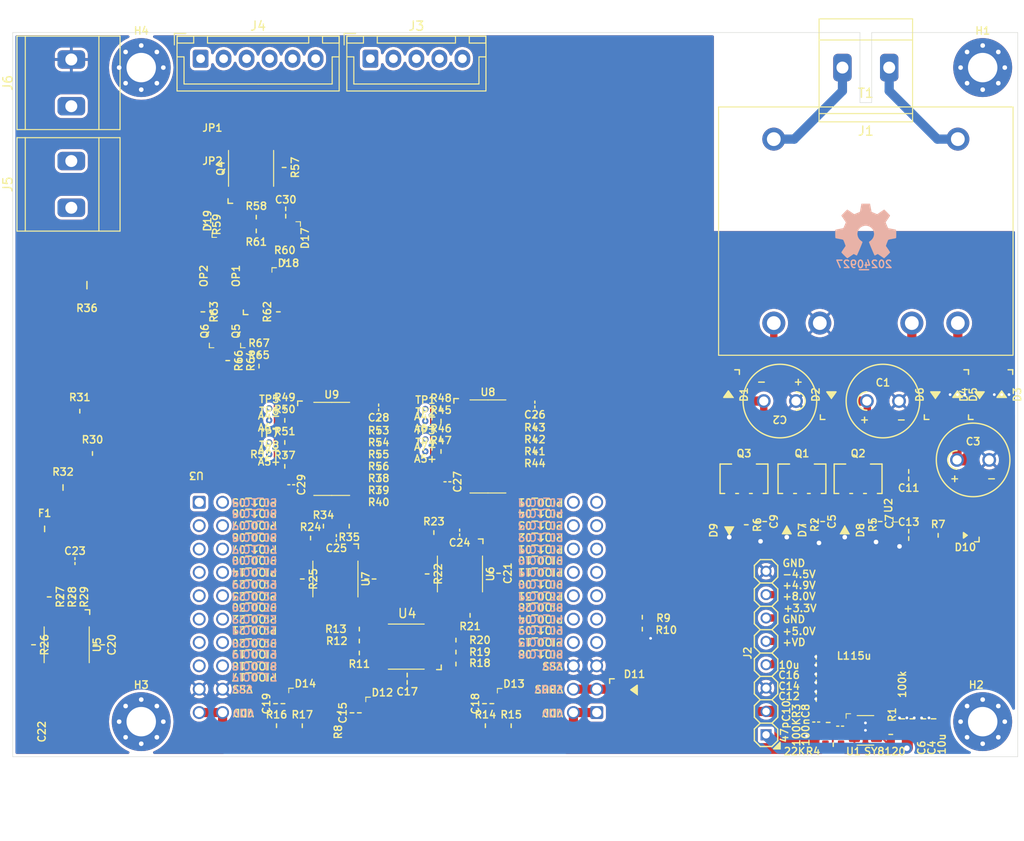
<source format=kicad_pcb>
(kicad_pcb (version 20240108) (generator "pcbnew") (generator_version "8.0")
  (layers (0 "F.Cu" mixed) (31 "B.Cu" mixed) (34 "B.Paste" user) (35 "F.Paste" user) (36 "B.SilkS" user "B.Silkscreen") (37 "F.SilkS" user "F.Silkscreen") (38 "B.Mask" user) (39 "F.Mask" user) (44 "Edge.Cuts" user))
  (net 0 "")
  (net 1 "/VA+")
  (net 2 "/GND")
  (net 3 "/VA-")
  (net 4 "/VD+")
  (net 5 "Net-(U1-BS)")
  (net 6 "Net-(U1-LX)")
  (net 7 "/FB5V")
  (net 8 "/+5VD")
  (net 9 "Net-(D1-K)")
  (net 10 "Net-(D3-K)")
  (net 11 "Net-(D5-K)")
  (net 12 "/NEUT")
  (net 13 "/LINE")
  (net 14 "Net-(U1-EN)")
  (net 15 "/VA4.9V+")
  (net 16 "Net-(D7-K)")
  (net 17 "/VA8V+")
  (net 18 "/VA4.5V-")
  (net 19 "/VA3.3V+")
  (net 20 "Net-(D8-K)")
  (net 21 "Net-(D9-A)")
  (net 22 "Net-(D10-A)")
  (net 23 "/VBUS")
  (net 24 "/POWER_SENSE")
  (net 25 "/TC-DIFF")
  (net 27 "/VD3.3V+")
  (net 44 "/TC_FILT")
  (net 45 "/TC+DIFF")
  (net 47 "/LEAK+DIFF")
  (net 53 "/LEAK-DIFF")
  (net 55 "/LEAK_FILT")
  (net 56 "/LOAD_FILT")
  (net 57 "/TC_AMP")
  (net 58 "Net-(U4--IN2)")
  (net 59 "Net-(U4-+IN2)")
  (net 60 "/TC_DIFF")
  (net 61 "/LEAK_AMP")
  (net 62 "/LOAD_DIFF")
  (net 63 "Net-(U4--IN1)")
  (net 64 "Net-(U4-+IN1)")
  (net 65 "/LEAK_DIFF")
  (net 66 "Net-(U6-OFS3)")
  (net 67 "Net-(R30-Pad2)")
  (net 68 "/CASE_GND")
  (net 69 "Net-(U7-+IN)")
  (net 70 "Net-(U7--IN)")
  (net 71 "Net-(U5--IN)")
  (net 72 "Net-(U5-+IN)")
  (net 81 "/LOAD")
  (net 82 "/MUX_EN")
  (net 83 "/MUX_S0")
  (net 84 "/MUX_S1")
  (net 85 "/MUX_S2")
  (net 86 "Net-(U8-A0)")
  (net 87 "/TC1")
  (net 88 "/COM1")
  (net 89 "Net-(U8-A1)")
  (net 90 "Net-(U8-A2)")
  (net 91 "/TC2")
  (net 92 "Net-(U8-A3)")
  (net 93 "/COM2")
  (net 94 "Net-(R45-Pad1)")
  (net 95 "Net-(U8-A6)")
  (net 96 "Net-(R46-Pad1)")
  (net 97 "Net-(U8-A7)")
  (net 98 "Net-(U8-A5)")
  (net 99 "Net-(R47-Pad1)")
  (net 100 "Net-(U8-A4)")
  (net 101 "Net-(R48-Pad1)")
  (net 102 "Net-(R49-Pad1)")
  (net 103 "Net-(U9-A4)")
  (net 104 "Net-(U9-A6)")
  (net 105 "Net-(R50-Pad1)")
  (net 106 "Net-(U9-A7)")
  (net 107 "Net-(R51-Pad1)")
  (net 108 "Net-(R52-Pad1)")
  (net 109 "Net-(U9-A5)")
  (net 110 "Net-(U9-A2)")
  (net 111 "/LOAD1")
  (net 112 "Net-(U9-A1)")
  (net 113 "Net-(U9-A0)")
  (net 114 "Net-(U9-A3)")
  (net 115 "/LOAD2")
  (net 116 "/SW_SRC_1")
  (net 117 "Net-(D17-K)")
  (net 118 "Net-(D18-K)")
  (net 119 "/SW_GATE_1")
  (net 120 "Net-(D19-K2)")
  (net 126 "/AC2")
  (net 127 "/AC1")
  (net 128 "/AC_P1")
  (net 129 "Net-(OP1-Pad2)")
  (net 130 "Net-(Q5-C)")
  (net 131 "Net-(OP1-Pad3)")
  (net 132 "Net-(OP2-Pad1)")
  (net 133 "Net-(Q6-C)")
  (net 134 "Net-(Q5-B)")
  (net 135 "Net-(Q6-B)")
  (net 136 "/SW_LOAD_1")
  (footprint "SquantorResistor:R_0603_hand" (layer "F.Cu") (at 48.8 59.8 -90)
    (property "Reference" "R64")
    (property "Value" "10K")
  )
  (footprint "SquantorDiodes:SOD-123F-hand" (layer "F.Cu") (at 113.1 63.5 90)
    (property "Reference" "D2")
    (property "Value" "D")
  )
  (footprint "SquantorResistor:R_0603_hand" (layer "F.Cu") (at 53.7 66.3)
    (property "Reference" "R50")
    (property "Value" "22K6")
  )
  (footprint "SquantorIC:SOT23-3" (layer "F.Cu") (at 47.2 56.6 90)
    (property "Reference" "Q6")
    (property "Value" "BC847A")
  )
  (footprint "SquantorCapacitor:C_1206_0805" (layer "F.Cu") (at 121.35 98.75 90)
    (property "Reference" "C6")
    (property "Value" "10u")
  )
  (footprint "SquantorResistor:R_0603_hand" (layer "F.Cu") (at 72.3 91.495)
    (property "Reference" "R19")
    (property "Value" "10K")
  )
  (footprint "SquantorIC:SOT23-3" (layer "F.Cu") (at 54.1 51.4)
    (property "Reference" "D18")
    (property "Value" "BAS16")
  )
  (footprint "SquantorIC:SOT23-3" (layer "F.Cu") (at 47.5 44.6 90)
    (property "Reference" "D19")
    (property "Value" "BAV79")
  )
  (footprint "SquantorIC:SOT23-6-HAND" (layer "F.Cu") (at 116.8 100)
    (property "Reference" "U1")
    (property "Value" "SY8120")
  )
  (footprint "SquantorResistor:R_0603_hand" (layer "F.Cu") (at 124.7 78.8)
    (property "Reference" "R7")
    (property "Value" "1k")
  )
  (footprint "SquantorTransformer:10pin_5pitch_32x27_1Pri_2Sec" (layer "F.Cu") (at 116.84 45.72)
    (property "Reference" "T1")
    (property "Value" "10P_1P_2S")
  )
  (footprint "SquantorTestPoints:TestPoint_hole_H03R07" (layer "F.Cu") (at 52 70)
    (property "Reference" "TP8")
    (property "Value" "A5+")
  )
  (footprint "SquantorResistor:R_0603_hand" (layer "F.Cu") (at 116.4 77.65 -90)
    (property "Reference" "R5")
    (property "Value" "470")
  )
  (footprint "SquantorIC:SOT23-3" (layer "F.Cu") (at 55.93 97.125)
    (property "Reference" "D14")
    (property "Value" "~")
  )
  (footprint "SquantorResistor:R_0603_hand" (layer "F.Cu") (at 53.7 71.3)
    (property "Reference" "R37")
    (property "Value" "10K")
  )
  (footprint "SquantorCapacitor:C_0603" (layer "F.Cu") (at 80.875 64.58 180)
    (property "Reference" "C26")
    (property "Value" "1u")
  )
  (footprint "SquantorResistor:R_0603_hand" (layer "F.Cu") (at 45.1 45 -90)
    (property "Reference" "R59")
    (property "Value" "1M")
  )
  (footprint "SquantorCapacitor:C_0805" (layer "F.Cu") (at 105.45 77.3 -90)
    (property "Reference" "C9")
    (property "Value" "10u")
  )
  (footprint "SquantorResistor:R_1206" (layer "F.Cu") (at 29.6 73.6)
    (property "Reference" "R32")
    (property "Value" "1M")
  )
  (footprint "SquantorCapacitor:C_0603" (layer "F.Cu") (at 30.9 81.6)
    (property "Reference" "C23")
    (property "Value" "1u")
  )
  (footprint "SquantorResistor:R_0603_hand" (layer "F.Cu") (at 59.6 98 90)
    (property "Reference" "R8")
    (property "Value" "2K2")
  )
  (footprint "SquantorIC:SOIC-16_3.9x9.9mm_P1.27mm" (layer "F.Cu") (at 75.775 69.135)
    (property "Reference" "U8")
    (property "Value" "74XX4051")
  )
  (footprint "SquantorResistor:R_0603_hand" (layer "F.Cu") (at 78.3 99.5)
    (property "Reference" "R15")
    (property "Value" "3K3")
  )
  (footprint "SquantorPcbOutline:MountingHole_3.2mm_M3_Pad_Via" (layer "F.Cu") (at 38.1 27.94)
    (property "Reference" "H4")
    (property "Value" "MountingHole")
  )
  (footprint "SquantorDiodes:SOD-123F-hand" (layer "F.Cu") (at 126.8 63.5 -90)
    (property "Reference" "D5")
    (property "Value" "D")
  )
  (footprint "SquantorResistor:R_0603_hand" (layer "F.Cu") (at 63.9 67.5 180)
    (property "Reference" "R54")
    (property "Value" "22K6")
  )
  (footprint "SquantorDiodes:SOD-123F-hand" (layer "F.Cu") (at 101.9 63.5 -90)
    (property "Reference" "D1")
    (property "Value" "D")
  )
  (footprint "SquantorCapacitor:C_0603" (layer "F.Cu") (at 63.9 64.9 180)
    (property "Reference" "C28")
    (property "Value" "1u")
  )
  (footprint "SquantorResistor:R_0603_hand" (layer "F.Cu") (at 92.55 87.7)
    (property "Reference" "R9")
    (property "Value" "5k6")
  )
  (footprint "SquantorResistor:R_0603_hand" (layer "F.Cu") (at 55.6 83.55 -90)
    (property "Reference" "R25")
    (property "Value" "453K")
  )
  (footprint "SquantorResistor:R_1206" (layer "F.Cu") (at 27.6 78.1)
    (property "Reference" "F1")
    (property "Value" "1A25")
  )
  (footprint "SquantorIC:SOIC-8" (layer "F.Cu") (at 59.2 83.55 -90)
    (property "Reference" "U7")
    (property "Value" "OP07")
  )
  (footprint "SquantorResistor:R_0603_hand" (layer "F.Cu") (at 103.85 77.65 -90)
    (property "Reference" "R6")
    (property "Value" "2K7")
  )
  (footprint "SquantorCapacitor:C_0805" (layer "F.Cu") (at 111.45 94.35 180)
    (property "Reference" "C14")
    (property "Value" "10u")
  )
  (footprint "SquantorPhoenixContact:MKDS_2conn_508pitch_1711725" (layer "F.Cu") (at 30.5 29.6 90)
    (property "Reference" "J6")
    (property "Value" "Conn_01x02")
  )
  (footprint "SquantorResistor:R_0603_hand" (layer "F.Cu") (at 47.5 59.8 -90)
    (property "Reference" "R66")
    (property "Value" "10K")
  )
  (footprint "SquantorTestPoints:TestPoint_hole_H03R07" (layer "F.Cu") (at 52 68.7)
    (property "Reference" "TP7")
    (property "Value" "A7+")
  )
  (footprint "SquantorCapacitor:C-035-080-elco" (layer "F.Cu") (at 128.5 70.6)
    (property "Reference" "C3")
    (property "Value" "470uF 35V")
  )
  (footprint "SquantorResistor:R_0603_hand" (layer "F.Cu") (at 53 54.5 90)
    (property "Reference" "R62")
    (property "Value" "330")
  )
  (footprint "SquantorResistor:R_0603_hand" (layer "F.Cu") (at 80.875 67.18 180)
    (property "Reference" "R42")
    (property "Value" "22K6")
  )
  (footprint "SquantorTestPoints:TestPoint_hole_H03R07" (layer "F.Cu") (at 68.975 68.38)
    (property "Reference" "TP3")
    (property "Value" "A7+")
  )
  (footprint "SquantorResistor:R_0603_hand" (layer "F.Cu") (at 75.5 99.5)
    (property "Reference" "R14")
    (property "Value" "3K3")
  )
  (footprint "SquantorDiodes:SOD-123-hand" (layer "F.Cu") (at 102 78.2625 90)
    (property "Reference" "D9")
    (property "Value" "5.1V")
  )
  (footprint "SquantorResistor:R_0603_hand" (layer "F.Cu") (at 112.75 99.15 -90)
    (property "Reference" "R3")
    (property "Value" "100K")
  )
  (footprint "SquantorOpto:OP_SOIC_4" (layer "F.Cu") (at 47.1 50.6 90)
    (property "Reference" "OP2")
    (property "Value" "~")
  )
  (footprint "SquantorResistor:R_0603_hand" (layer "F.Cu") (at 70.675 66.38)
    (property "Reference" "R45")
    (property "Value" "22K6")
  )
  (footprint "SquantorIC:SOIC-8" (layer "F.Cu") (at 30 90.7 -90)
    (property "Reference" "U5")
    (property "Value" "OP07")
  )
  (footprint "SquantorCapacitor:C_0805" (layer "F.Cu") (at 111.45 92.45 180)
    (property "Reference" "C16")
    (property "Value" "10u")
  )
  (footprint "SquantorCapacitor:C_0805" (layer "F.Cu") (at 121.5 72.25 180)
    (property "Reference" "C11")
    (property "Value" "10u")
  )
  (footprint "SquantorResistor:R_0603_hand" (layer "F.Cu") (at 50.9 59.1)
    (property "Reference" "R67")
    (property "Value" "6K8")
  )
  (footprint "SquantorDiodes:SOD-123F-hand" (layer "F.Cu") (at 129.2 63.5 90)
    (property "Reference" "D4")
    (property "Value" "D")
  )
  (footprint "SquantorCapacitor:C-035-080-elco" (layer "F.Cu") (at 118.7 64.2)
    (property "Reference" "C1")
    (property "Value" "470uF 35V")
  )
  (footprint "SquantorResistor:R_0603_hand" (layer "F.Cu") (at 72.3 90.195)
    (property "Reference" "R20")
    (property "Value" "10K")
  )
  (footprint "SquantorResistor:R_0603_hand" (layer "F.Cu") (at 55.6 99.5)
    (property "Reference" "R17")
    (property "Value" "3K3")
  )
  (footprint "SquantorPcbOutline:MountingHole_3.2mm_M3_Pad_Via" (layer "F.Cu") (at 129.54 99.06)
    (property "Reference" "H2")
    (property "Value" "MountingHole")
  )
  (footprint "SquantorIC:SOIC-8" (layer "F.Cu") (at 50.035 38.9 90)
    (property "Reference" "Q4")
    (property "Value" "Q_PMOS_DUAL")
  )
  (footprint "SquantorResistor:R_0603_hand" (layer "F.Cu") (at 50.9 60.4)
    (property "Reference" "R65")
    (property "Value" "10K")
  )
  (footprint "SquantorCapacitor:C_0805" (layer "F.Cu") (at 111.45 96.25 180)
    (property "Reference" "C12")
    (property "Value" "10u")
  )
  (footprint "SquantorResistor:R_0603_hand" (layer "F.Cu") (at 53.7 68.7)
    (property "Reference" "R51")
    (property "Value" "22K6")
  )
  (footprint "SquantorResistor:R_0603_hand" (layer "F.Cu") (at 30.7 85.5 -90)
    (property "Reference" "R29")
    (property "Value" "4k75")
  )
  (footprint "SquantorResistor:R_0805+0603" (layer "F.Cu") (at 31.425 65.3)
    (property "Reference" "R31")
    (property "Value" "0R22")
  )
  (footprint "SquantorResistor:R_0603_hand" (layer "F.Cu") (at 72.3 92.795)
    (property "Reference" "R18")
    (property "Value" "187K")
  )
  (footprint "SquantorCapacitor:C_0603" (layer "F.Cu") (at 54.4 73.3 -90)
    (property "Reference" "C29")
    (property "Value" "1u")
  )
  (footprint "SquantorCapacitor:C_0805+0603" (layer "F.Cu") (at 53.1 97.1 90)
    (property "Reference" "C19")
    (property "Value" "1u")
  )
  (footprint "SquantorResistor:R_0603_hand" (layer "F.Cu") (at 80.875 69.78 180)
    (property "Reference" "R44")
    (property "Value" "22K6")
  )
  (footprint "SquantorIC:SOT23-3" (layer "F.Cu") (at 78.6 97.15)
    (property "Reference" "D13")
    (property "Value" "~")
  )
  (footprint "Connector_JST:JST_XH_B5B-XH-A_1x05_P2.50mm_Vertical" (layer "F.Cu") (at 63 26.975)
    (property "Reference" "J3")
    (property "Value" "Conn_01x05")
  )
  (footprint "SquantorResistor:R_0603_hand" (layer "F.Cu") (at 73.835 87.5 180)
    (property "Reference" "R21")
    (property "Value" "82K")
  )
  (footprint "SquantorTestPoints:TestPoint_hole_H03R07" (layer "F.Cu") (at 68.975 69.68)
    (property "Reference" "TP4")
    (property "Value" "A5+")
  )
  (footprint "SquantorCapacitor:C_0603" (layer "F.Cu") (at 114.05 99.55 -90)
    (property "Reference" "C8")
    (property "Value" "100n")
  )
  (footprint "SquantorResistor:R_0603_hand" (layer "F.Cu") (at 63.9 71.4 180)
    (property "Reference" "R38")
    (property "Value" "10K")
  )
  (footprint "SquantorCapacitor:C_0805" (layer "F.Cu") (at 121.5 78.75)
    (property "Reference" "C13")
    (property "Value" "10u")
  )
  (footprint "SquantorResistor:R_0603_hand" (layer "F.Cu") (at 53.7 49)
    (property "Reference" "R60")
    (property "Value" "2K2")
  )
  (footprint "SquantorTestPoints:TestPoint_hole_H03R07" (layer "F.Cu") (at 52 66.3)
    (property "Reference" "TP6")
    (property "Value" "A6-")
  )
  (footprint "SquantorCapacitor:C_0805+0603" (layer "F.Cu") (at 67 94.395 180)
    (property "Reference" "C17")
    (property "Value" "1u")
  )
  (footprint "SquantorResistor:R_0603_hand" (layer "F.Cu") (at 56.5 79.1)
    (property "Reference" "R24")
    (property "Value" "453K")
  )
  (footprint "SquantorIC:SOT23-3" (layer "F.Cu") (at 50.6 56.6 90)
    (property "Reference" "Q5")
    (property "Value" "BC858B")
  )
  (footprint "SquantorCapacitor:C_0603" (layer "F.Cu") (at 71.375 72.98 -90)
    (property "Reference" "C27")
    (property "Value" "1u")
  )
  (footprint "SquantorResistor:R_0603_hand" (layer "F.Cu") (at 63.9 74 180)
    (property "Reference" "R40")
    (property "Value" "10K")
  )
  (footprint "SquantorCapacitor:C_0603" (layer "F.Cu") (at 72.7 78.5 180)
    (property "Reference" "C24")
    (property "Value" "1u")
  )
  (footprint "SquantorResistor:R_0603_hand" (layer "F.Cu") (at 113.3 101.55 180)
    (property "Reference" "R4")
    (property "Value" "22K")
  )
  (footprint "SquantorIC:SOIC-16_3.9x9.9mm_P1.27mm" (layer "F.Cu") (at 58.8 69.4)
    (property "Reference" "U9")
    (property "Value" "74XX4051")
  )
  (footprint "SquantorSpecial:solder_jumper_3mm_SMD" (layer "F.Cu") (at 45.835 40.4)
    (property "Reference" "JP2")
    (property "Value" "AC")
  )
  (footprint "SquantorResistor:R_0603_hand" (layer "F.Cu") (at 53.63 38.8 -90)
    (property "Reference" "R57")
    (property "Value" "10M")
  )
  (footprint "SquantorResistor:R_0603_hand" (layer "F.Cu") (at 110.1 77.65 -90)
    (property "Reference" "R2")
    (property "Value" "2K7")
  )
  (footprint "SquantorIC:SOIC-8" (layer "F.Cu") (at 72.735 83 -90)
    (property "Reference" "U6")
    (property "Value" "OP07")
  )
  (footprint "SquantorIC:SOT23-3" (layer "F.Cu") (at 121.5 75.55 90)
    (property "Reference" "U2")
    (property "Value" "MCP1702T-3302")
  )
  (footprint "SquantorCapacitor:C_0805" (layer "F.Cu") (at 118 77.3 -90)
    (property "Reference" "C7")
    (property "Value" "10u")
  )
  (footprint "SquantorResistor:R_0603_hand" (layer "F.Cu") (at 53.7 65)
    (property "Reference" "R49")
    (property "Value" "22K6")
  )
  (footprint "SquantorResistor:R_0603_hand" (layer "F.Cu") (at 29.4 85.5 -90)
    (property "Reference" "R28")
    (property "Value" "4k75")
  )
  (footprint "SquantorCapacitor:C-035-080-elco" (layer "F.Cu") (at 107.5 64.2 180)
    (property "Reference" "C2")
    (property "Value" "470uF 35V")
  )
  (footprint "SquantorPhoenixContact:MKDS_2conn_508pitch_1711725" (layer "F.Cu") (at 116.84 27.94 180)
    (property "Reference" "J1")
    (property "Value" "Conn_01x02")
  )
  (footprint "SquantorResistor:R_0603_hand" (layer "F.Cu") (at 44.8 54.5 -90)
    (property "Reference" "R63")
    (property "Value" "330")
  )
  (footprint "SquantorTestPoints:TestPoint_hole_H03R07" (layer "F.Cu") (at 68.975 66.38)
    (property "Reference" "TP2")
    (property "Value" "A6+")
  )
  (footprint "SquantorResistor:R_0603_hand" (layer "F.Cu") (at 92.55 89 180)
    (property "Reference" "R10")
    (property "Value" "10k")
  )
  (footprint "Connector_JST:JST_XH_B6B-XH-A_1x06_P2.50mm_Vertical" (layer "F.Cu") (at 44.55 26.975)
    (property "Reference" "J4")
    (property "Value" "Conn_01x06")
  )
  (footprint "SquantorConnectors:Header-0254-1X08-H008" (layer "F.Cu") (at 106 91.6 90)
    (property "Reference" "J2")
    (property "Value" "Conn_01x07")
  )
  (footprint "SquantorDiodes:SOD-123-hand" (layer "F.Cu") (at 114.55 78.25 -90)
    (property "Reference" "D8")
    (property "Value" "8.7V")
  )
  (footprint "SquantorDiodes:SOD-123F-hand" (layer "F.Cu") (at 131.6 63.5 -90)
    (property "Reference" "D3")
    (property "Value" "D")
  )
  (footprint "SquantorIC:SOT89-NXP" (layer "F.Cu") (at 109.9 73)
    (property "Reference" "Q1")
    (property "Value" "PXT8050")
  )
  (footprint "SquantorResistor:R_0603_hand" (layer "F.Cu") (at 50.6 45.7 180)
    (property "Reference" "R61")
    (property "Value" "1K5")
  )
  (footprint "SquantorResistor:R_0603_hand" (layer "F.Cu") (at 63.9 68.8 180)
    (property "Reference" "R55")
    (property "Value" "22K6")
  )
  (footprint "SquantorIC:SOIC-8" (layer "F.Cu") (at 66.9 90.9 180)
    (property "Reference" "U4")
    (property "Value" "LM358")
  )
  (footprint "SquantorResistor:R_2512" (layer "F.Cu") (at 32.2 51.6 180)
    (property "Reference" "R36")
    (property "Value" "R005")
  )
  (footprint "SquantorResistor:R_0603_hand" (layer "F.Cu") (at 61.8 91.595 180)
    (property "Reference" "R11")
    (property "Value" "22K6")
  )
  (footprint "SquantorResistor:R_0603_hand" (layer "F.Cu") (at 69.9 78.5)
    (property "Reference" "R23")
    (property "Value" "590K")
  )
  (footprint "SquantorIC:SOT23-3" (layer "F.Cu") (at 53.7 46.5 -90)
    (property "Reference" "D17")
    (property "Value" "BZX84C18")
  )
  (footprint "SquantorPhoenixContact:MKDS_2conn_508pitch_1711725" (layer "F.Cu") (at 30.5 40.64 90)
    (property "Reference" "J5")
    (property "Value" "Conn_01x02")
  )
  (footprint "SquantorCapacitor:C_0805+0603" (layer "F.Cu") (at 76.535 82.925 -90)
    (property "Reference" "C21")
    (property "Value" "1u")
  )
  (footprint "SquantorCapacitor:C_0805" (layer "F.Cu") (at 111.75 77.3 -90)
    (property "Reference" "C5")
    (property "Value" "10u")
  )
  (footprint "SquantorResistor:R_0603_hand" (layer "F.Cu") (at 70.675 68.38)
    (property "Reference" "R46")
    (property "Value" "22K6")
  )
  (footprint "SquantorResistor:R_0603_hand" (layer "F.Cu") (at 80.875 65.88 180)
    (property "Reference" "R43")
    (property "Value" "22K6")
  )
  (footprint "SquantorDiodes:SOD-123F-hand" (layer "F.Cu") (at 91.7 95.6)
    (property "Reference" "D11")
    (property "Value" "D")
  )
  (footprint "SquantorDiodes:SOD-123F-hand" (layer "F.Cu") (at 124.4 63.5 90)
    (property "Reference" "D6")
    (property "Value" "D")
  )
  (footprint "SquantorResistor:R_0603_hand" (layer "F.Cu") (at 28.1 85.5 -90)
    (property "Reference" "R27")
    (property "Value" "200K")
  )
  (footprint "SquantorInductor:L_VLS50XXEX_TDK_hand" (layer "F.Cu") (at 116.7 95.3)
    (property "Reference" "L1")
    (property "Value" "15u")
  )
  (footprint "SquantorResistor:R_0603_hand" (layer "F.Cu") (at 80.875 68.48 180)
    (property "Reference" "R41")
    (property "Value" "22K6")
  )
  (footprint "SquantorPcbOutline:MountingHole_3.2mm_M3_Pad_Via" (layer "F.Cu") (at 129.54 27.94)
    (property "Reference" "H1")
    (property "Value" "MountingHole")
  )
  (footprint "SquantorResistor:R_0603_hand" (layer "F.Cu") (at 63.9 70.1 180)
    (property "Reference" "R56")
    (property "Value" "22K6")
  )
  (footprint "SquantorIC:SOT89-NXP" (layer "F.Cu") (at 103.6 73)
    (property "Reference" "Q3")
    (property "Value" "PXT8550")
  )
  (footprint "SquantorPcbOutline:MountingHole_3.2mm_M3_Pad_Via" (layer "F.Cu") (at 38.1 99.06)
    (property "Reference" "H3")
    (property "Value" "MountingHole")
  )
  (footprint "SquantorDiodes:LED_0603_hand" (layer "F.Cu") (at 127.65 78.8 180)
    (property "Reference" "D10")
    (property "Value" "GRN")
  )
  (footprint "SquantorResistor:R_0603_hand" (layer "F.Cu") (at 61.8 88.995 180)
    (property "Reference" "R13")
    (property "Value" "2K7")
  )
  (footprint "SquantorNuclone:nuclone_small_LPC845" (layer "F.Cu") (at 66 87 180)
    (property "Reference" "U3")
    (property "Value" "~")
  )
  (footprint "SquantorCapacitor:C_0603" (layer "F.Cu") (at 59.3 79.1 180)
    (property "Reference" "C25")
    (property "Value" "1u")
  )
  (footprint "SquantorResistor:R_0603_hand" (layer "F.Cu") (at 119.55 100.45 90)
    (property "Reference" "R1")
    (property "Value" "100k")
  )
  (footprint "SquantorCapacitor:C_1206_0805" (layer "F.Cu") (at 123.65 98.75 90)
    (property "Reference" "C4")
    (property "Value" "10u")
  )
  (footprint "SquantorTestPoints:TestPoint_hole_H03R07" (layer "F.Cu") (at 52 65)
    (property "Reference" "TP5")
    (property "Value" "A4-")
  )
  (footprint "SquantorResistor:R_0603_hand" (layer "F.Cu") (at 60.7 77.8 180)
    (property "Reference" "R35")
    (property "Value" "20K")
  )
  (footprint "SquantorResistor:R_0603_hand" (layer "F.Cu") (at 69.17 83 -90)
    (property "Reference" "R22")
    (property "Value" "590K")
  )
  (footprint "SquantorCapacitor:C_0603" (layer "F.Cu") (at 111.45 99.1 -90)
    (property "Reference" "C10")
    (property "Value" "47p")
  )
  (footprint "SquantorCapacitor:C_0805+0603" (layer "F.Cu") (at 53.8 43.7)
    (property "Reference" "C30")
    (property "Value" "1u")
  )
  (footprint "SquantorCapacitor:C_0805+0603" (layer "F.Cu") (at 75.8 97.1 90)
    (property "Reference" "C18")
    (property "Value" "1u")
  )
  (footprint "SquantorIC:SOT23-3" (layer "F.Cu") (at 64.3 98.1)
    (property "Reference" "D12")
    (property "Value" "~")
  )
  (footprint "SquantorResistor:R_0603_hand" (layer "F.Cu") (at 70.675 65.08)
    (property "Reference" "R48")
    (property "Value" "22K6")
  )
  (footprint "SquantorResistor:R_0603_hand" (layer "F.Cu") (at 61.8 90.295 180)
    (property "Reference" "R12")
    (property "Value" "2K7")
  )
  (footprint "SquantorResistor:R_0805+0603" (layer "F.Cu") (at 32.8 69.9)
    (property "Reference" "R30")
    (property "Value" "0R22")
  )
  (footprint "SquantorCapacitor:C_0805+0603" (layer "F.Cu") (at 33.5 90.7 -90)
    (property "Reference" "C20")
    (property "Value" "1u")
  )
  (footprint "SquantorResistor:R_0603_hand" (layer "F.Cu") (at 53.7 70)
    (property "Reference" "R52")
    (property "Value" "22K6")
  )
  (footprint "SquantorResistor:R_0603_hand" (layer "F.Cu") (at 26.395 90.7 -90)
    (property "Reference" "R26")
    (property "Value" "200K")
  )
  (footprint "SquantorTestPoints:TestPoint_hole_H03R07" (layer "F.Cu") (at 68.975 65.08)
    (property "Reference" "TP1")
    (property "Value" "A4+")
  )
  (footprint "SquantorResistor:R_0603_hand" (layer "F.Cu") (at 70.675 69.68)
    (property "Reference" "R47")
    (property "Value" "22K6")
  )
  (footprint "SquantorResistor:R_0603_hand" (layer "F.Cu") (at 52.8 99.5)
    (property "Reference" "R16")
    (property "Value" "3K3")
  )
  (footprint "SquantorResistor:R_0603_hand" (layer "F.Cu") (at 50.6 44.2)
    (property "Reference" "R58")
    (property "Value" "5K6")
  )
  (footprint "SquantorSpecial:solder_jumper_3mm_SMD" (layer "F.Cu") (at 45.835 36.8)
    (property "Reference" "JP1")
    (property "Value" "AC")
  )
  (footprint "SquantorResistor:R_0603_hand" (layer "F.Cu") (at 63.9 72.7 180)
    (property "Reference" "R39")
    (property "Value" "10K")
  )
  (footprint "SquantorResistor:R_0603_hand" (layer "F.Cu") (at 63.9 66.2 180)
    (property "Reference" "R53")
    (property "Value" "22K6")
  )
  (footprint "SquantorCapacitor:C_0805+0603" (layer "F.Cu") (at 63 83.55 -90)
    (property "Reference" "C22")
    (property "Value" "1u")
  )
  (footprint "SquantorCapacitor:C_0805+0603" (layer "F.Cu") (at 61.4 98.1 90)
    (property "Reference" "C15")
    (property "Value" "1u")
  )
  (footprint "SquantorResistor:R_0603_hand" (layer "F.Cu") (at 57.9 77.8)
    (property "Reference" "R34")
    (property "Value" "20K")
  )
  (footprint "SquantorDiodes:SOD-123-hand" (layer "F.Cu") (at 108.25 78.25 -90)
    (property "Reference" "D7")
    (property "Value" "5.6V")
  )
  (footprint "SquantorOpto:OP_SOIC_4" (layer "F.Cu") (at 50.6 50.6 90)
    (property "Reference" "OP1")
    (property "Value" "~")
  )
  (footprint "SquantorIC:SOT89-NXP" (layer "F.Cu") (at 116 73)
    (property "Reference" "Q2")
    (property "Value" "PXT8050")
  )
  (footprint "Symbol:OSHW-Symbol_6.7x6mm_SilkScreen" (layer "B.Cu") (at 116.84 45.72 180)
    (property "Reference" "N1" (hide yes))
    (property "Value" "OHWLOGO" (hide yes))
  )
  (footprint "SquantorLabels:Label_Generic" (layer "B.Cu") (at 116.64 49.32 180)
    (property "Reference" "N2" (hide yes))
    (property "Value" "20240927")
  )
  (gr_line (start 116.205 24.13) (end 24.13 24.13) (stroke (width 0.05)) (layer "Edge.Cuts"))
  (gr_line (start 24.13 102.87) (end 133.35 102.87) (stroke (width 0.05)) (layer "Edge.Cuts"))
  (gr_line (start 116.205 24.13) (end 116.205 31.75) (stroke (width 0.05)) (layer "Edge.Cuts"))
  (gr_line (start 24.13 24.13) (end 24.13 102.87) (stroke (width 0.05)) (layer "Edge.Cuts"))
  (gr_line (start 117.475 31.75) (end 117.475 24.13) (stroke (width 0.05)) (layer "Edge.Cuts"))
  (gr_line (start 116.205 31.75) (end 116.84 31.75) (stroke (width 0.05)) (layer "Edge.Cuts"))
  (gr_line (start 117.475 24.13) (end 133.35 24.13) (stroke (width 0.05)) (layer "Edge.Cuts"))
  (gr_line (start 116.84 31.75) (end 117.475 31.75) (stroke (width 0.05)) (layer "Edge.Cuts"))
  (gr_line (start 133.35 24.13) (end 133.35 102.87) (stroke (width 0.05)) (layer "Edge.Cuts"))
  (gr_text "-4.5V" (at 107.7 83.5 0) (layer "F.SilkS") (effects (font (size 0.8 0.8) (thickness 0.15) (bold yes)) (justify left bottom)))
  (gr_text "GND" (at 107.7 88.4 0) (layer "F.SilkS") (effects (font (size 0.8 0.8) (thickness 0.15) (bold yes)) (justify left bottom)))
  (gr_text "+3.3V" (at 107.8 87.2 0) (layer "F.SilkS") (effects (font (size 0.8 0.8) (thickness 0.15) (bold yes)) (justify left bottom)))
  (gr_text "+4.9V" (at 107.7 84.7 0) (layer "F.SilkS") (effects (font (size 0.8 0.8) (thickness 0.15) (bold yes)) (justify left bottom)))
  (gr_text "+8.0V" (at 107.7 85.9 0) (layer "F.SilkS") (effects (font (size 0.8 0.8) (thickness 0.15) (bold yes)) (justify left bottom)))
  (gr_text "GND" (at 107.7 82.3 0) (layer "F.SilkS") (effects (font (size 0.8 0.8) (thickness 0.15) (bold yes)) (justify left bottom)))
  (gr_text "+5.0V" (at 107.7 89.7 0) (layer "F.SilkS") (effects (font (size 0.8 0.8) (thickness 0.15) (bold yes)) (justify left bottom)))
  (gr_text "+VD" (at 107.7 90.9 0) (layer "F.SilkS") (effects (font (size 0.8 0.8) (thickness 0.15) (bold yes)) (justify left bottom)))
  (segment (start 117 64.25) (end 117 68.6) (width 0.8) (layer "F.Cu") (net 1))
  (segment (start 114.72 65.08) (end 115.6 64.2) (width 1) (layer "F.Cu") (net 1))
  (segment (start 116 69.6) (end 116 72.1) (width 0.8) (layer "F.Cu") (net 1))
  (segment (start 115.6 64.2) (end 116.95 64.2) (width 1) (layer "F.Cu") (net 1))
  (segment (start 113.1 65.08) (end 114.72 65.08) (width 1) (layer "F.Cu") (net 1))
  (segment (start 116.95 64.2) (end 117 64.25) (width 0.8) (layer "F.Cu") (net 1))
  (segment (start 117 68.6) (end 116 69.6) (width 0.8) (layer "F.Cu") (net 1))
  (segment (start 120.2 75.6) (end 120.2 73.5) (width 0.8) (layer "F.Cu") (net 2))
  (segment (start 102 80.025) (end 102 79) (width 0.8) (layer "F.Cu") (net 2))
  (segment (start 120.55 76.55) (end 120.55 75.95) (width 0.8) (layer "F.Cu") (net 2))
  (segment (start 114.55 79) (end 114.55 80.0125) (width 0.8) (layer "F.Cu") (net 2))
  (segment (start 118 79.475) (end 117.95 79.525) (width 0.8) (layer "F.Cu") (net 2))
  (segment (start 120.5 77.6) (end 120.55 77.55) (width 0.8) (layer "F.Cu") (net 2))
  (segment (start 105.45 79.4) (end 105.4 79.45) (width 0.8) (layer "F.Cu") (net 2))
  (segment (start 93.4 89) (end 93.4 89.95) (width 0.2) (layer "F.Cu") (net 2))
  (segment (start 111.75 78.3) (end 111.75 79.625) (width 0.8) (layer "F.Cu") (net 2))
  (segment (start 120.55 77.55) (end 120.55 76.55) (width 0.8) (layer "F.Cu") (net 2))
  (segment (start 120.5 73.2) (end 120.5 72.25) (width 0.8) (layer "F.Cu") (net 2))
  (segment (start 120.55 75.95) (end 120.2 75.6) (width 0.8) (layer "F.Cu") (net 2))
  (segment (start 108.25 80.0125) (end 108.25 79) (width 0.8) (layer "F.Cu") (net 2))
  (segment (start 93.4 89.95) (end 93.45 90) (width 0.2) (layer "F.Cu") (net 2))
  (segment (start 118 78.3) (end 118 79.475) (width 0.8) (layer "F.Cu") (net 2))
  (segment (start 120.5 78.75) (end 120.5 77.6) (width 0.8) (layer "F.Cu") (net 2))
  (segment (start 120.2 73.5) (end 120.5 73.2) (width 0.8) (layer "F.Cu") (net 2))
  (segment (start 105.45 78.3) (end 105.45 79.4) (width 0.8) (layer "F.Cu") (net 2))
  (segment (start 120.5 78.75) (end 120.5 80) (width 0.8) (layer "F.Cu") (net 2))
  (via (at 111.4 92) (size 0.7) (drill 0.3) (layers "F.Cu" "B.Cu") (net 2))
  (via (at 111.4 95.8) (size 0.7) (drill 0.3) (layers "F.Cu" "B.Cu") (net 2))
  (via (at 123.7 98.65) (size 0.7) (drill 0.3) (layers "F.Cu" "B.Cu") (net 2))
  (via (at 126 63.5) (size 0.7) (drill 0.3) (layers "F.Cu" "B.Cu") (net 2))
  (via (at 117.95 79.525) (size 0.9) (drill 0.5) (layers "F.Cu" "B.Cu") (net 2))
  (via (at 111.4 96.6) (size 0.7) (drill 0.3) (layers "F.Cu" "B.Cu") (net 2))
  (via (at 111.4 93.9) (size 0.7) (drill 0.3) (layers "F.Cu" "B.Cu") (net 2))
  (via (at 126.8 63.5) (size 0.7) (drill 0.3) (layers "F.Cu" "B.Cu") (net 2))
  (via (at 120.5 80) (size 0.9) (drill 0.5) (layers "F.Cu" "B.Cu") (net 2))
  (via (at 111.4 94.8) (size 0.7) (drill 0.3) (layers "F.Cu" "B.Cu") (net 2))
  (via (at 132.4 63.5) (size 0.7) (drill 0.3) (layers "F.Cu" "B.Cu") (net 2))
  (via (at 111.4 92.9) (size 0.7) (drill 0.3) (layers "F.Cu" "B.Cu") (net 2))
  (via (at 116.8 99.2) (size 0.7) (drill 0.3) (layers "F.Cu" "B.Cu") (net 2))
  (via (at 121.3 98.65) (size 0.7) (drill 0.3) (layers "F.Cu" "B.Cu") (net 2))
  (via (at 122.9 98.65) (size 0.7) (drill 0.3) (layers "F.Cu" "B.Cu") (net 2))
  (via (at 108.25 79) (size 0.9) (drill 0.5) (layers "F.Cu" "B.Cu") (net 2))
  (via (at 122.1 98.65) (size 0.7) (drill 0.3) (layers "F.Cu" "B.Cu") (net 2))
  (via (at 93.45 90) (size 0.7) (drill 0.3) (layers "F.Cu" "B.Cu") (net 2))
  (via (at 130.8 63.5) (size 0.7) (drill 0.3) (layers "F.Cu" "B.Cu") (net 2))
  (via (at 131.6 63.5) (size 0.7) (drill 0.3) (layers "F.Cu" "B.Cu") (net 2))
  (via (at 102 79) (size 0.9) (drill 0.5) (layers "F.Cu" "B.Cu") (net 2))
  (via (at 111.75 79.625) (size 0.9) (drill 0.5) (layers "F.Cu" "B.Cu") (net 2))
  (via (at 116.8 100) (size 0.7) (drill 0.3) (layers "F.Cu" "B.Cu") (net 2))
  (via (at 120.5 98.65) (size 0.7) (drill 0.3) (layers "F.Cu" "B.Cu") (net 2))
  (via (at 110.4 100.6) (size 0.7) (drill 0.3) (layers "F.Cu" "B.Cu") (net 2))
  (via (at 127.6 63.5) (size 0.7) (drill 0.3) (layers "F.Cu" "B.Cu") (net 2))
  (via (at 105.4 79.45) (size 0.9) (drill 0.5) (layers "F.Cu" "B.Cu") (net 2))
  (via (at 114.55 79) (size 0.9) (drill 0.5) (layers "F.Cu" "B.Cu") (net 2))
  (segment (start 104.3 64.2) (end 105.75 64.2) (width 1) (layer "F.Cu") (net 3))
  (segment (start 105.75 64.2) (end 105.75 66.75) (width 0.8) (layer "F.Cu") (net 3))
  (segment (start 103.42 65.08) (end 104.3 64.2) (width 1) (layer "F.Cu") (net 3))
  (segment (start 105.75 66.75) (end 103.6 68.9) (width 0.8) (layer "F.Cu") (net 3))
  (segment (start 101.9 65.08) (end 103.42 65.08) (width 1) (layer "F.Cu") (net 3))
  (segment (start 103.6 68.9) (end 103.6 72.1) (width 0.8) (layer "F.Cu") (net 3))
  (segment (start 123.65 100) (end 121.35 100) (width 1.2) (layer "F.Cu") (net 4))
  (segment (start 129.4 68.8) (end 131.5 68.8) (width 1.2) (layer "F.Cu") (net 4))
  (segment (start 125.3 97.2) (end 125.3 99.4) (width 1.2) (layer "F.Cu") (net 4))
  (segment (start 128.3 67.4) (end 129.2 66.5) (width 1) (layer "F.Cu") (net 4))
  (segment (start 127.6 70.6) (end 129.4 68.8) (width 1.2) (layer "F.Cu") (net 4))
  (segment (start 129.2 66.5) (end 129.2 65.08) (width 1) (layer "F.Cu") (net 4))
  (segment (start 126.75 70.6) (end 127.6 70.6) (width 1.2) (layer "F.Cu") (net 4))
  (segment (start 125.3 67.4) (end 126.8 67.4) (width 1) (layer "F.Cu") (net 4))
  (segment (start 121.3 101.95) (end 121.35 101.9) (width 1.2) (layer "F.Cu") (net 4))
  (segment (start 118 100) (end 118.75 100) (width 0.6) (layer "F.Cu") (net 4))
  (segment (start 126.75 67.45) (end 126.8 67.4) (width 1) (layer "F.Cu") (net 4))
  (segment (start 131.4 94.8) (end 127.7 94.8) (width 1.2) (layer "F.Cu") (net 4))
  (segment (start 121.35 100) (end 119.033822 100) (width 1.2) (layer "F.Cu") (net 4))
  (segment (start 132.4 93.8) (end 131.4 94.8) (width 1.2) (layer "F.Cu") (net 4))
  (segment (start 126.8 67.4) (end 128.3 67.4) (width 1) (layer "F.Cu") (net 4))
  (segment (start 127.7 94.8) (end 125.3 97.2) (width 1.2) (layer "F.Cu") (net 4))
  (segment (start 124.4 65.08) (end 124.4 66.5) (width 1) (layer "F.Cu") (net 4))
  (segment (start 132.4 69.7) (end 132.4 93.8) (width 1.2) (layer "F.Cu") (net 4))
  (segment (start 124.7 100) (end 123.65 100) (width 1.2) (layer "F.Cu") (net 4))
  (segment (start 126.75 70.6) (end 126.75 67.45) (width 1) (layer "F.Cu") (net 4))
  (segment (start 125.3 99.4) (end 124.7 100) (width 1.2) (layer "F.Cu") (net 4))
  (segment (start 124.4 66.5) (end 125.3 67.4) (width 1) (layer "F.Cu") (net 4))
  (segment (start 121.35 101.9) (end 121.35 100) (width 1.2) (layer "F.Cu") (net 4))
  (segment (start 131.5 68.8) (end 132.4 69.7) (width 1.2) (layer "F.Cu") (net 4))
  (via (at 121.3 101.95) (size 1) (drill 0.6) (layers "F.Cu" "B.Cu") (net 4))
  (segment (start 121.3 101.95) (end 107.46 101.95) (width 1.2) (layer "B.Cu") (net 4))
  (segment (start 107.46 101.95) (end 106 100.49) (width 1.2) (layer "B.Cu") (net 4))
  (segment (start 115.6 99.05) (end 115.273284 99.05) (width 0.2) (layer "F.Cu") (net 5))
  (segment (start 114.05 100.273284) (end 114.05 100.3) (width 0.2) (layer "F.Cu") (net 5))
  (segment (start 115.273284 99.05) (end 114.05 100.273284) (width 0.2) (layer "F.Cu") (net 5))
  (segment (start 117.65 98.1) (end 118 98.45) (width 0.4) (layer "F.Cu") (net 6))
  (segment (start 114.75 98.1) (end 117.65 98.1) (width 0.4) (layer "F.Cu") (net 6))
  (segment (start 118.75 97.7) (end 118 98.45) (width 1.2) (layer "F.Cu") (net 6))
  (segment (start 118 99.05) (end 118 98.45) (width 0.4) (layer "F.Cu") (net 6))
  (segment (start 114.05 98.8) (end 114.75 98.1) (width 0.4) (layer "F.Cu") (net 6))
  (segment (start 118.75 95.3) (end 118.75 97.7) (width 1.2) (layer "F.Cu") (net 6))
  (segment (start 111.6 100) (end 111.45 99.85) (width 0.2) (layer "F.Cu") (net 7))
  (segment (start 113.45 101.55) (end 113.25 101.35) (width 0.2) (layer "F.Cu") (net 7))
  (segment (start 113.25 101.35) (end 113.25 100.95) (width 0.2) (layer "F.Cu") (net 7))
  (segment (start 115.6 100.95) (end 115.6 101.4) (width 0.2) (layer "F.Cu") (net 7))
  (segment (start 114.15 101.55) (end 113.45 101.55) (width 0.2) (layer "F.Cu") (net 7))
  (segment (start 115.45 101.55) (end 114.15 101.55) (width 0.2) (layer "F.Cu") (net 7))
  (segment (start 112.75 100) (end 111.6 100) (width 0.2) (layer "F.Cu") (net 7))
  (segment (start 112.75 100.45) (end 112.75 100) (width 0.2) (layer "F.Cu") (net 7))
  (segment (start 113.25 100.95) (end 112.75 100.45) (width 0.2) (layer "F.Cu") (net 7))
  (segment (start 115.6 101.4) (end 115.45 101.55) (width 0.2) (layer "F.Cu") (net 7))
  (segment (start 96.1 95.6) (end 93.28 95.6) (width 1) (layer "F.Cu") (net 8))
  (segment (start 106 97.95) (end 98.45 97.95) (width 1) (layer "F.Cu") (net 8))
  (segment (start 114.7 94.8) (end 114.7 94.25) (width 1) (layer "F.Cu") (net 8))
  (segment (start 112.01 97.94) (end 114.65 95.3) (width 1.2) (layer "F.Cu") (net 8))
  (segment (start 114.3 93.85) (end 114.7 94.25) (width 1) (layer "F.Cu") (net 8))
  (segment (start 106 97.95) (end 106.01 97.94) (width 1.2) (layer "F.Cu") (net 8))
  (segment (start 106.01 97.94) (end 112.01 97.94) (width 1.2) (layer "F.Cu") (net 8))
  (segment (start 98.45 97.95) (end 96.1 95.6) (width 1) (layer "F.Cu") (net 8))
  (segment (start 106.84 61.88) (end 106.8 61.92) (width 0.8) (layer "F.Cu") (net 9))
  (segment (start 106.8 61.92) (end 113.1 61.92) (width 1) (layer "F.Cu") (net 9))
  (segment (start 101.9 61.92) (end 106.8 61.92) (width 1) (layer "F.Cu") (net 9))
  (segment (start 106.84 55.72) (end 106.84 61.88) (width 0.8) (layer "F.Cu") (net 9))
  (segment (start 126.84 55.72) (end 126.84 57.84) (width 1) (layer "F.Cu") (net 10))
  (segment (start 129.2 61.92) (end 131.6 61.92) (width 1) (layer "F.Cu") (net 10))
  (segment (start 126.84 57.84) (end 129.2 60.2) (width 1) (layer "F.Cu") (net 10))
  (segment (start 129.2 60.2) (end 129.2 61.92) (width 1) (layer "F.Cu") (net 10))
  (segment (start 124.4 61.92) (end 126.8 61.92) (width 1) (layer "F.Cu") (net 11))
  (segment (start 121.84 58.04) (end 124.4 60.6) (width 1) (layer "F.Cu") (net 11))
  (segment (start 124.4 60.6) (end 124.4 61.92) (width 1) (layer "F.Cu") (net 11))
  (segment (start 121.84 55.72) (end 121.84 58.04) (width 1) (layer "F.Cu") (net 11))
  (segment (start 114.3 30.48) (end 109.06 35.72) (width 1) (layer "B.Cu") (net 12))
  (segment (start 109.06 35.72) (end 106.84 35.72) (width 1) (layer "B.Cu") (net 12))
  (segment (start 114.3 27.94) (end 114.3 30.48) (width 1) (layer "B.Cu") (net 12))
  (segment (start 119.38 27.94) (end 119.38 30.48) (width 1) (layer "B.Cu") (net 13))
  (segment (start 119.38 30.48) (end 124.62 35.72) (width 1) (layer "B.Cu") (net 13))
  (segment (start 124.62 35.72) (end 126.84 35.72) (width 1) (layer "B.Cu") (net 13))
  (segment (start 119.075 101.3) (end 118.725 100.95) (width 0.2) (layer "F.Cu") (net 14))
  (segment (start 118.725 100.95) (end 118 100.95) (width 0.2) (layer "F.Cu") (net 14))
  (segment (start 119.55 101.3) (end 119.075 101.3) (width 0.2) (layer "F.Cu") (net 14))
  (segment (start 113.025 83.275) (end 108.51 87.79) (width 0.8) (layer "F.Cu") (net 15))
  (segment (start 113.025 76.525) (end 113.025 83.275) (width 0.8) (layer "F.Cu") (net 15))
  (segment (start 112.8 76.3) (end 113.025 76.525) (width 0.8) (layer "F.Cu") (net 15))
  (segment (start 111.4 75.95) (end 111.75 76.3) (width 0.4) (layer "F.Cu") (net 15))
  (segment (start 111.75 76.3) (end 112.8 76.3) (width 0.8) (layer "F.Cu") (net 15))
  (segment (start 111.4 74.75) (end 111.4 75.95) (width 0.4) (layer "F.Cu") (net 15))
  (segment (start 108.51 87.79) (end 106 87.79) (width 0.8) (layer "F.Cu") (net 15))
  (segment (start 108.4 76.3375) (end 108.25 76.4875) (width 0.4) (layer "F.Cu") (net 16))
  (segment (start 108.4 74.75) (end 108.4 76.3375) (width 0.4) (layer "F.Cu") (net 16))
  (segment (start 109.4 78.5) (end 108.25 77.35) (width 0.4) (layer "F.Cu") (net 16))
  (segment (start 108.25 77.35) (end 108.25 76.4875) (width 0.4) (layer "F.Cu") (net 16))
  (segment (start 110.1 78.5) (end 109.4 78.5) (width 0.4) (layer "F.Cu") (net 16))
  (segment (start 109.6 89.6) (end 108.1 89.6) (width 0.8) (layer "F.Cu") (net 17))
  (segment (start 118 76.3) (end 118.9 76.3) (width 0.8) (layer "F.Cu") (net 17))
  (segment (start 118 76.3) (end 117.5 75.8) (width 0.4) (layer "F.Cu") (net 17))
  (segment (start 107.37 90.33) (end 106 90.33) (width 0.8) (layer "F.Cu") (net 17))
  (segment (start 118.9 76.3) (end 119.3 76.7) (width 0.8) (layer "F.Cu") (net 17))
  (segment (start 108.1 89.6) (end 107.37 90.33) (width 0.8) (layer "F.Cu") (net 17))
  (segment (start 119.3 76.7) (end 119.3 79.9) (width 0.8) (layer "F.Cu") (net 17))
  (segment (start 119.3 79.9) (end 109.6 89.6) (width 0.8) (layer "F.Cu") (net 17))
  (segment (start 117.5 75.8) (end 117.5 74.75) (width 0.4) (layer "F.Cu") (net 17))
  (segment (start 107.15 77.15) (end 107.15 80.786912) (width 0.8) (layer "F.Cu") (net 18))
  (segment (start 106.3 76.3) (end 107.15 77.15) (width 0.8) (layer "F.Cu") (net 18))
  (segment (start 107.35 85.25) (end 106 85.25) (width 0.8) (layer "F.Cu") (net 18))
  (segment (start 108 84.6) (end 107.35 85.25) (width 0.8) (layer "F.Cu") (net 18))
  (segment (start 105.45 76.3) (end 106.3 76.3) (width 0.8) (layer "F.Cu") (net 18))
  (segment (start 105.1 74.75) (end 105.1 75.95) (width 0.4) (layer "F.Cu") (net 18))
  (segment (start 108 81.636912) (end 108 84.6) (width 0.8) (layer "F.Cu") (net 18))
  (segment (start 107.15 80.786912) (end 108 81.636912) (width 0.8) (layer "F.Cu") (net 18))
  (segment (start 105.1 75.95) (end 105.45 76.3) (width 0.4) (layer "F.Cu") (net 18))
  (segment (start 122.45 76.55) (end 122.45 78.7) (width 0.4) (layer "F.Cu") (net 19))
  (segment (start 122.5 81.9) (end 113.5 90.9) (width 0.8) (layer "F.Cu") (net 19))
  (segment (start 122.45 78.7) (end 122.5 78.75) (width 0.4) (layer "F.Cu") (net 19))
  (segment (start 123.85 78.8) (end 123.3 78.8) (width 0.2) (layer "F.Cu") (net 19))
  (segment (start 123.15 78.75) (end 122.5 78.75) (width 0.2) (layer "F.Cu") (net 19))
  (segment (start 113.5 90.9) (end 108.6 90.9) (width 0.8) (layer "F.Cu") (net 19))
  (segment (start 106.64 92.86) (end 106.01 92.86) (width 0.8) (layer "F.Cu") (net 19))
  (segment (start 108.6 90.9) (end 106.64 92.86) (width 0.8) (layer "F.Cu") (net 19))
  (segment (start 123.3 78.8) (end 123.2 78.7) (width 0.2) (layer "F.Cu") (net 19))
  (segment (start 106.01 92.86) (end 106 92.87) (width 0.8) (layer "F.Cu") (net 19))
  (segment (start 123.2 78.7) (end 123.15 78.75) (width 0.2) (layer "F.Cu") (net 19))
  (segment (start 122.5 78.75) (end 122.5 81.9) (width 0.8) (layer "F.Cu") (net 19))
  (segment (start 114.5 76.4375) (end 114.55 76.4875) (width 0.4) (layer "F.Cu") (net 20))
  (segment (start 114.5 74.75) (end 114.5 76.4375) (width 0.4) (layer "F.Cu") (net 20))
  (segment (start 114.55 77.3) (end 114.55 76.4875) (width 0.4) (layer "F.Cu") (net 20))
  (segment (start 115.75 78.5) (end 114.55 77.3) (width 0.4) (layer "F.Cu") (net 20))
  (segment (start 116.4 78.5) (end 115.75 78.5) (width 0.4) (layer "F.Cu") (net 20))
  (segment (start 103.1 78.5) (end 102 77.4) (width 0.4) (layer "F.Cu") (net 21))
  (segment (start 103.85 78.5) (end 103.1 78.5) (width 0.4) (layer "F.Cu") (net 21))
  (segment (start 102 77.4) (end 102 76.5) (width 0.4) (layer "F.Cu") (net 21))
  (segment (start 102.1 74.75) (end 102.1 76.4) (width 0.4) (layer "F.Cu") (net 21))
  (segment (start 102.1 76.4) (end 102 76.5) (width 0.4) (layer "F.Cu") (net 21))
  (segment (start 126.8 78.8) (end 125.55 78.8) (width 0.2) (layer "F.Cu") (net 22))
  (segment (start 87.59 95.53) (end 88.63 95.53) (width 1) (layer "F.Cu") (net 23))
  (segment (start 88.7 95.6) (end 90.12 95.6) (width 1) (layer "F.Cu") (net 23))
  (segment (start 88.63 95.53) (end 88.7 95.6) (width 1) (layer "F.Cu") (net 23))
  (segment (start 85.06 95.53) (end 87.59 95.53) (width 1) (layer "F.Cu") (net 23))
  (segment (start 85.06 100.34) (end 83.4 102) (width 1) (layer "F.Cu") (net 27))
  (segment (start 85.06 98.07) (end 85.06 100.34) (width 1) (layer "F.Cu") (net 27))
  (segment (start 47.9 102) (end 46.94 101.04) (width 1) (layer "F.Cu") (net 27))
  (segment (start 46.94 101.04) (end 46.94 98.07) (width 1) (layer "F.Cu") (net 27))
  (segment (start 87.6 98.07) (end 85.06 98.07) (width 1) (layer "F.Cu") (net 27))
  (segment (start 44.4 98.07) (end 46.94 98.07) (width 1) (layer "F.Cu") (net 27))
  (segment (start 83.4 102) (end 47.9 102) (width 1) (layer "F.Cu") (net 27))
  (zone (net 8) (net_name "/+5VD") (layer "F.Cu") (priority 1) (connect_pads yes (clearance 0.3)) (min_thickness 0.3) (fill yes (thermal_gap 0.3) (thermal_bridge_width 0.3))
    (polygon (pts (xy 111.8 91.5) (xy 115.7 91.5) (xy 115.7 98.5) (xy 110.9 98.5) (xy 110.9 96.9) (xy 111.8 96.9)))
  )
  (zone (net 1) (net_name "/VA+") (layer "F.Cu") (priority 2) (connect_pads yes (clearance 0.3)) (min_thickness 0.3) (fill yes (thermal_gap 0.3) (thermal_bridge_width 0.3))
    (polygon (pts (xy 107 67.1) (xy 124.1 67.1) (xy 124.1 77.7) (xy 107 77.7)))
  )
  (zone (net 3) (net_name "/VA-") (layer "F.Cu") (priority 3) (connect_pads yes (clearance 0.3)) (min_thickness 0.3) (fill yes (thermal_gap 0.3) (thermal_bridge_width 0.3))
    (polygon (pts (xy 106.6 67.1) (xy 100.6 67.1) (xy 100.6 77.7) (xy 106.6 77.7)))
  )
  (zone (net 2) (net_name "/GND") (layers "F&B.Cu") (connect_pads (clearance 0.3)) (min_thickness 0.3) (fill yes (thermal_gap 0.3) (thermal_bridge_width 0.3))
    (polygon (pts (xy 133.35 102.87) (xy 24.13 102.87) (xy 24.13 24.13) (xy 100.33 24.13) (xy 100.33 45.72) (xy 133.35 45.72)))
  )
)
</source>
